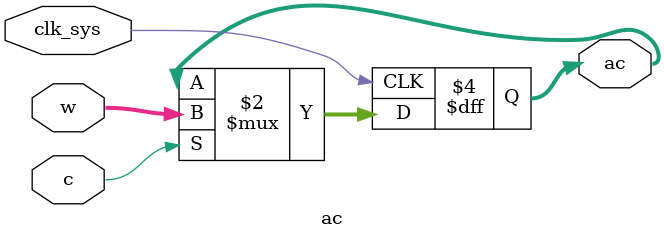
<source format=v>


module ac(
	input clk_sys,
	input c,
	input [0:15] w,
	output reg [0:15] ac
);

	always @ (posedge clk_sys) begin
		if (c) ac <= w;
	end

endmodule

// vim: tabstop=2 shiftwidth=2 autoindent noexpandtab

</source>
